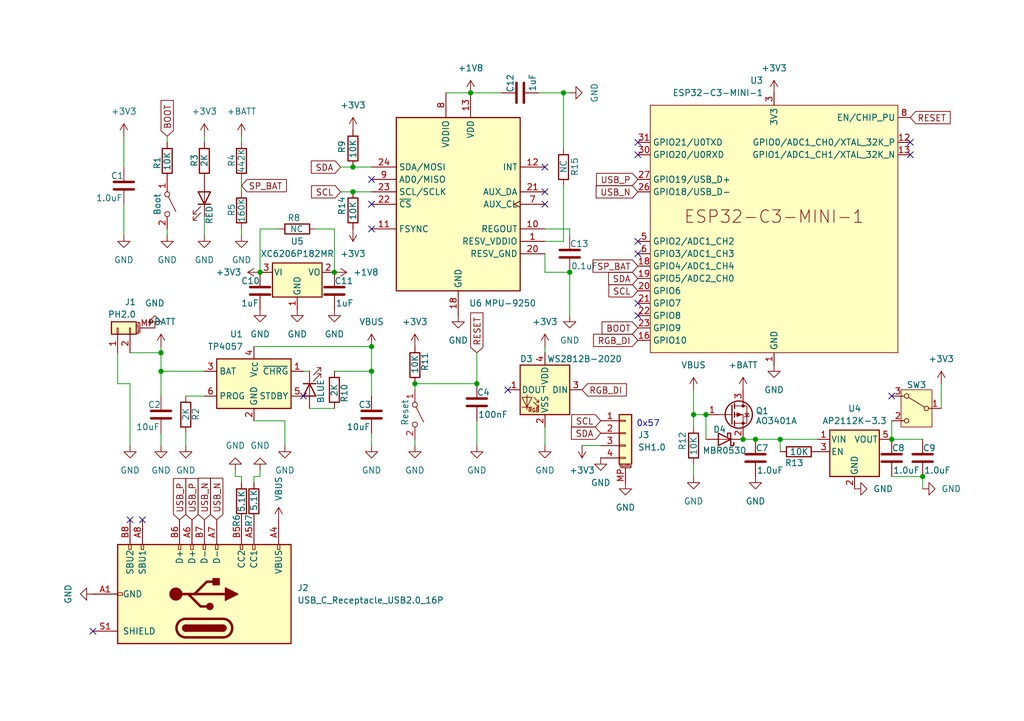
<source format=kicad_sch>
(kicad_sch (version 20231120) (generator "eeschema") (generator_version "8.0")
  (paper "A5")
  (lib_symbols
    (symbol "Battery_Management:TP4057"
      (property "Reference" "U" (at -6.35 6.604 0))
      (property "Value" "TP4057" (at 1.524 6.604 0))
      (symbol "TP4057_1_1"
        (pin open_collector line (at -10.16 2.54 0) (length 2.54) (name "~{CHRG}") (number "1"))
        (pin power_in line (at 0 -7.62 90) (length 2.54) (name "GND") (number "2"))
        (pin power_out line (at 10.16 2.54 180) (length 2.54) (name "BAT") (number "3"))
        (pin power_in line (at 0 7.62 270) (length 2.54) (name "V_{CC}") (number "4"))
        (pin open_collector line (at -10.16 -2.54 0) (length 2.54) (name "STDBY") (number "5"))
        (pin passive line (at 10.16 -2.54 180) (length 2.54) (name "PROG") (number "6"))
      )
    )
    (symbol "Connector:USB_C_Receptacle_USB2.0_16P" (pin_names (offset 1.016))
      (property "Reference" "J" (at 0 22.225 0))
      (property "Value" "USB_C_Receptacle_USB2.0_16P" (at 0 19.685 0))
      (symbol "USB_C_Receptacle_USB2.0_16P_1_1"
        (pin passive line (at 0 -22.86 90) (length 5.08) (name "GND") (number "A1"))
        (pin passive line (at 0 -22.86 90) (length 5.08) hide (name "GND") (number "A12"))
        (pin passive line (at 15.24 15.24 180) (length 5.08) (name "VBUS") (number "A4"))
        (pin bidirectional line (at 15.24 10.16 180) (length 5.08) (name "CC1") (number "A5"))
        (pin bidirectional line (at 15.24 -2.54 180) (length 5.08) (name "D+") (number "A6"))
        (pin bidirectional line (at 15.24 2.54 180) (length 5.08) (name "D-") (number "A7"))
        (pin bidirectional line (at 15.24 -12.7 180) (length 5.08) (name "SBU1") (number "A8"))
        (pin passive line (at 15.24 15.24 180) (length 5.08) hide (name "VBUS") (number "A9"))
        (pin passive line (at 0 -22.86 90) (length 5.08) hide (name "GND") (number "B1"))
        (pin passive line (at 0 -22.86 90) (length 5.08) hide (name "GND") (number "B12"))
        (pin passive line (at 15.24 15.24 180) (length 5.08) hide (name "VBUS") (number "B4"))
        (pin bidirectional line (at 15.24 7.62 180) (length 5.08) (name "CC2") (number "B5"))
        (pin bidirectional line (at 15.24 -5.08 180) (length 5.08) (name "D+") (number "B6"))
        (pin bidirectional line (at 15.24 0 180) (length 5.08) (name "D-") (number "B7"))
        (pin bidirectional line (at 15.24 -15.24 180) (length 5.08) (name "SBU2") (number "B8"))
        (pin passive line (at 15.24 15.24 180) (length 5.08) hide (name "VBUS") (number "B9"))
        (pin passive line (at -7.62 -22.86 90) (length 5.08) (name "SHIELD") (number "S1"))
      )
    )
    (symbol "Connector_Generic_MountingPin:Conn_01x02_MountingPin" (pin_names (offset 1.016) hide)
      (property "Reference" "J" (at 0 2.54 0))
      (property "Value" "Conn_01x02_MountingPin" (at 1.27 -5.08 0))
      (symbol "Conn_01x02_MountingPin_1_1"
        (text "Mounting" (at 0 -4.191 0) (effects (font (size 0.381 0.381))))
        (pin passive line (at -5.08 0 0) (length 3.81) (name "Pin_1") (number "1"))
        (pin passive line (at -5.08 -2.54 0) (length 3.81) (name "Pin_2") (number "2"))
        (pin passive line (at 0 -7.62 90) (length 3.048) (name "MountPin") (number "MP"))
      )
    )
    (symbol "Connector_Generic_MountingPin:Conn_01x04_MountingPin" (pin_names (offset 1.016) hide)
      (property "Reference" "J" (at 0 5.08 0))
      (property "Value" "Conn_01x04_MountingPin" (at 1.27 -7.62 0))
      (symbol "Conn_01x04_MountingPin_1_1"
        (text "Mounting" (at 0 -6.731 0) (effects (font (size 0.381 0.381))))
        (pin passive line (at -5.08 2.54 0) (length 3.81) (name "Pin_1") (number "1"))
        (pin passive line (at -5.08 0 0) (length 3.81) (name "Pin_2") (number "2"))
        (pin passive line (at -5.08 -2.54 0) (length 3.81) (name "Pin_3") (number "3"))
        (pin passive line (at -5.08 -5.08 0) (length 3.81) (name "Pin_4") (number "4"))
        (pin passive line (at 0 -10.16 90) (length 3.048) (name "MountPin") (number "MP"))
      )
    )
    (symbol "Device:C" (pin_numbers hide) (pin_names (offset 0.254))
      (property "Reference" "C" (at 0.635 2.54 0))
      (property "Value" "C" (at 0.635 -2.54 0))
      (symbol "C_1_1"
        (pin passive line (at 0 3.81 270) (length 2.794) (name "~") (number "1"))
        (pin passive line (at 0 -3.81 90) (length 2.794) (name "~") (number "2"))
      )
    )
    (symbol "Device:LED" (pin_numbers hide) (pin_names (offset 1.016) hide)
      (property "Reference" "D" (at 0 2.54 0))
      (property "Value" "LED" (at 0 -2.54 0))
      (symbol "LED_1_1"
        (pin passive line (at -3.81 0 0) (length 2.54) (name "K") (number "1"))
        (pin passive line (at 3.81 0 180) (length 2.54) (name "A") (number "2"))
      )
    )
    (symbol "Device:R" (pin_numbers hide) (pin_names (offset 0))
      (property "Reference" "R" (at 2.032 0 90))
      (property "Value" "R" (at 0 0 90))
      (symbol "R_1_1"
        (pin passive line (at 0 3.81 270) (length 1.27) (name "~") (number "1"))
        (pin passive line (at 0 -3.81 90) (length 1.27) (name "~") (number "2"))
      )
    )
    (symbol "Diode:MBR0530" (pin_numbers hide) (pin_names (offset 1.016) hide)
      (property "Reference" "D" (at 0 2.54 0))
      (property "Value" "MBR0530" (at 0 -2.54 0))
      (symbol "MBR0530_1_1"
        (pin passive line (at -3.81 0 0) (length 2.54) (name "K") (number "1"))
        (pin passive line (at 3.81 0 180) (length 2.54) (name "A") (number "2"))
      )
    )
    (symbol "LED:WS2812B-2020" (pin_names (offset 0.254))
      (property "Reference" "D" (at 5.08 5.715 0))
      (property "Value" "WS2812B-2020" (at 1.27 -5.715 0))
      (symbol "WS2812B-2020_0_0"
        (text "RGB" (at 2.286 -4.191 0) (effects (font (size 0.762 0.762))))
      )
      (symbol "WS2812B-2020_1_1"
        (pin output line (at 7.62 0 180) (length 2.54) (name "DOUT") (number "1"))
        (pin power_in line (at 0 -7.62 90) (length 2.54) (name "VSS") (number "2"))
        (pin input line (at -7.62 0 0) (length 2.54) (name "DIN") (number "3"))
        (pin power_in line (at 0 7.62 270) (length 2.54) (name "VDD") (number "4"))
      )
    )
    (symbol "PCM_Espressif:ESP32-C3-MINI-1"
      (property "Reference" "U" (at -25.4 30.48 0))
      (property "Value" "ESP32-C3-MINI-1" (at -25.4 27.94 0))
      (symbol "ESP32-C3-MINI-1_0_0"
        (text "ESP32-C3-MINI-1" (at 0 2.54 0) (effects (font (size 2.54 2.54))))
      )
      (symbol "ESP32-C3-MINI-1_1_1"
        (pin power_in line (at 0 -27.94 90) (length 2.54) (name "GND") (number "1"))
        (pin no_connect line (at -25.4 2.54 0) (length 2.54) hide (name "NC") (number "10"))
        (pin passive line (at 0 -27.94 90) (length 2.54) hide (name "GND") (number "11"))
        (pin bidirectional line (at -27.94 17.78 0) (length 2.54) (name "GPIO0/ADC1_CH0/XTAL_32K_P") (number "12"))
        (pin bidirectional line (at -27.94 15.24 0) (length 2.54) (name "GPIO1/ADC1_CH1/XTAL_32K_N") (number "13"))
        (pin passive line (at 0 -27.94 90) (length 2.54) hide (name "GND") (number "14"))
        (pin no_connect line (at -25.4 0 0) (length 2.54) hide (name "NC") (number "15"))
        (pin bidirectional line (at 27.94 -22.86 180) (length 2.54) (name "GPIO10") (number "16"))
        (pin no_connect line (at -25.4 -2.54 0) (length 2.54) hide (name "NC") (number "17"))
        (pin bidirectional line (at 27.94 -7.62 180) (length 2.54) (name "GPIO4/ADC1_CH4") (number "18"))
        (pin bidirectional line (at 27.94 -10.16 180) (length 2.54) (name "GPIO5/ADC2_CH0") (number "19"))
        (pin passive line (at 0 -27.94 90) (length 2.54) hide (name "GND") (number "2"))
        (pin bidirectional line (at 27.94 -12.7 180) (length 2.54) (name "GPIO6") (number "20"))
        (pin bidirectional line (at 27.94 -15.24 180) (length 2.54) (name "GPIO7") (number "21"))
        (pin bidirectional line (at 27.94 -17.78 180) (length 2.54) (name "GPIO8") (number "22"))
        (pin bidirectional line (at 27.94 -20.32 180) (length 2.54) (name "GPIO9") (number "23"))
        (pin no_connect line (at -25.4 -5.08 0) (length 2.54) hide (name "NC") (number "24"))
        (pin no_connect line (at -25.4 -7.62 0) (length 2.54) hide (name "NC") (number "25"))
        (pin bidirectional line (at 27.94 7.62 180) (length 2.54) (name "GPIO18/USB_D-") (number "26"))
        (pin bidirectional line (at 27.94 10.16 180) (length 2.54) (name "GPIO19/USB_D+") (number "27"))
        (pin no_connect line (at -25.4 -10.16 0) (length 2.54) hide (name "NC") (number "28"))
        (pin no_connect line (at -25.4 -12.7 0) (length 2.54) hide (name "NC") (number "29"))
        (pin power_in line (at 0 27.94 270) (length 2.54) (name "3V3") (number "3"))
        (pin bidirectional line (at 27.94 15.24 180) (length 2.54) (name "GPIO20/U0RXD") (number "30"))
        (pin bidirectional line (at 27.94 17.78 180) (length 2.54) (name "GPIO21/U0TXD") (number "31"))
        (pin no_connect line (at -25.4 -15.24 0) (length 2.54) hide (name "NC") (number "32"))
        (pin no_connect line (at -25.4 -17.78 0) (length 2.54) hide (name "NC") (number "33"))
        (pin no_connect line (at -25.4 -20.32 0) (length 2.54) hide (name "NC") (number "34"))
        (pin no_connect line (at -25.4 -22.86 0) (length 2.54) hide (name "NC") (number "35"))
        (pin passive line (at 0 -27.94 90) (length 2.54) hide (name "GND") (number "36"))
        (pin passive line (at 0 -27.94 90) (length 2.54) hide (name "GND") (number "37"))
        (pin passive line (at 0 -27.94 90) (length 2.54) hide (name "GND") (number "38"))
        (pin passive line (at 0 -27.94 90) (length 2.54) hide (name "GND") (number "39"))
        (pin no_connect line (at -25.4 10.16 0) (length 2.54) hide (name "NC") (number "4"))
        (pin passive line (at 0 -27.94 90) (length 2.54) hide (name "GND") (number "40"))
        (pin passive line (at 0 -27.94 90) (length 2.54) hide (name "GND") (number "41"))
        (pin passive line (at 0 -27.94 90) (length 2.54) hide (name "GND") (number "42"))
        (pin passive line (at 0 -27.94 90) (length 2.54) hide (name "GND") (number "43"))
        (pin passive line (at 0 -27.94 90) (length 2.54) hide (name "GND") (number "44"))
        (pin passive line (at 0 -27.94 90) (length 2.54) hide (name "GND") (number "45"))
        (pin passive line (at 0 -27.94 90) (length 2.54) hide (name "GND") (number "46"))
        (pin passive line (at 0 -27.94 90) (length 2.54) hide (name "GND") (number "47"))
        (pin passive line (at 0 -27.94 90) (length 2.54) hide (name "GND") (number "48"))
        (pin passive line (at 0 -27.94 90) (length 2.54) hide (name "GND") (number "49"))
        (pin bidirectional line (at 27.94 -2.54 180) (length 2.54) (name "GPIO2/ADC1_CH2") (number "5"))
        (pin passive line (at 0 -27.94 90) (length 2.54) hide (name "GND") (number "50"))
        (pin passive line (at 0 -27.94 90) (length 2.54) hide (name "GND") (number "51"))
        (pin passive line (at 0 -27.94 90) (length 2.54) hide (name "GND") (number "52"))
        (pin passive line (at 0 -27.94 90) (length 2.54) hide (name "GND") (number "53"))
        (pin bidirectional line (at 27.94 -5.08 180) (length 2.54) (name "GPIO3/ADC1_CH3") (number "6"))
        (pin no_connect line (at -25.4 7.62 0) (length 2.54) hide (name "NC") (number "7"))
        (pin input line (at -27.94 22.86 0) (length 2.54) (name "EN/CHIP_PU") (number "8"))
        (pin no_connect line (at -25.4 5.08 0) (length 2.54) hide (name "NC") (number "9"))
      )
    )
    (symbol "Regulator_Linear:AP2112K-3.3" (pin_names (offset 0.254))
      (property "Reference" "U" (at -5.08 5.715 0))
      (property "Value" "AP2112K-3.3" (at 0 5.715 0))
      (symbol "AP2112K-3.3_1_1"
        (pin power_in line (at -7.62 2.54 0) (length 2.54) (name "VIN") (number "1"))
        (pin power_in line (at 0 -7.62 90) (length 2.54) (name "GND") (number "2"))
        (pin input line (at -7.62 0 0) (length 2.54) (name "EN") (number "3"))
        (pin no_connect line (at 5.08 0 180) (length 2.54) hide (name "NC") (number "4"))
        (pin power_out line (at 7.62 2.54 180) (length 2.54) (name "VOUT") (number "5"))
      )
    )
    (symbol "Regulator_Linear:XC6206PxxxMR" (pin_names (offset 0.254))
      (property "Reference" "U" (at -3.81 3.175 0))
      (property "Value" "XC6206PxxxMR" (at 0 3.175 0))
      (symbol "XC6206PxxxMR_1_1"
        (pin power_in line (at 0 -7.62 90) (length 2.54) (name "GND") (number "1"))
        (pin power_out line (at 7.62 0 180) (length 2.54) (name "VO") (number "2"))
        (pin power_in line (at -7.62 0 0) (length 2.54) (name "VI") (number "3"))
      )
    )
    (symbol "Sensor_Motion:MPU-9250"
      (property "Reference" "U" (at -11.43 19.05 0))
      (property "Value" "MPU-9250" (at 7.62 -19.05 0))
      (symbol "MPU-9250_1_1"
        (pin input line (at 17.78 -7.62 180) (length 5.08) (name "RESV_VDDIO") (number "1"))
        (pin passive line (at 17.78 -5.08 180) (length 5.08) (name "REGOUT") (number "10"))
        (pin input line (at -17.78 -5.08 0) (length 5.08) (name "FSYNC") (number "11"))
        (pin output line (at 17.78 7.62 180) (length 5.08) (name "INT") (number "12"))
        (pin power_in line (at 2.54 22.86 270) (length 5.08) (name "VDD") (number "13"))
        (pin power_in line (at 0 -22.86 90) (length 5.08) (name "GND") (number "18"))
        (pin power_in line (at 17.78 -10.16 180) (length 5.08) (name "RESV_GND") (number "20"))
        (pin bidirectional line (at 17.78 2.54 180) (length 5.08) (name "AUX_DA") (number "21"))
        (pin input line (at -17.78 0 0) (length 5.08) (name "~{CS}") (number "22"))
        (pin input line (at -17.78 2.54 0) (length 5.08) (name "SCL/SCLK") (number "23"))
        (pin bidirectional line (at -17.78 7.62 0) (length 5.08) (name "SDA/MOSI") (number "24"))
        (pin output clock (at 17.78 0 180) (length 5.08) (name "AUX_CL") (number "7"))
        (pin power_in line (at -2.54 22.86 270) (length 5.08) (name "VDDIO") (number "8"))
        (pin bidirectional line (at -17.78 5.08 0) (length 5.08) (name "AD0/MISO") (number "9"))
      )
    )
    (symbol "Switch:SW_SPDT_312" (pin_names (offset 1) hide)
      (property "Reference" "SW" (at 0 5.08 0))
      (property "Value" "SW_SPDT_312" (at 0 -5.08 0))
      (symbol "SW_SPDT_312_1_1"
        (pin passive line (at -5.08 0 0) (length 2.54) (name "B") (number "1"))
        (pin passive line (at 5.08 -2.54 180) (length 2.54) (name "C") (number "2"))
        (pin passive line (at 5.08 2.54 180) (length 2.54) (name "A") (number "3"))
      )
    )
    (symbol "Switch:SW_SPST" (pin_names (offset 0) hide)
      (property "Reference" "SW" (at 0 3.175 0))
      (property "Value" "SW_SPST" (at 0 -2.54 0))
      (symbol "SW_SPST_1_1"
        (pin passive line (at -5.08 0 0) (length 2.54) (name "A") (number "1"))
        (pin passive line (at 5.08 0 180) (length 2.54) (name "B") (number "2"))
      )
    )
    (symbol "Transistor_FET:AO3401A" (pin_names hide)
      (property "Reference" "Q" (at 5.08 1.905 0))
      (property "Value" "AO3401A" (at 5.08 0 0))
      (symbol "AO3401A_1_1"
        (pin input line (at -5.08 0 0) (length 2.54) (name "G") (number "1"))
        (pin passive line (at 2.54 -5.08 90) (length 2.54) (name "S") (number "2"))
        (pin passive line (at 2.54 5.08 270) (length 2.54) (name "D") (number "3"))
      )
    )
    (symbol "power:+1V8" (power) (pin_numbers hide) (pin_names (offset 0) hide)
      (property "Value" "+1V8" (at 0 3.556 0))
      (symbol "+1V8_1_1"
        (pin power_in line (at 0 0 90) (length 0) (name "~") (number "1"))
      )
    )
    (symbol "power:+3V3" (power) (pin_numbers hide) (pin_names (offset 0) hide)
      (property "Value" "+3V3" (at 0 3.556 0))
      (symbol "+3V3_1_1"
        (pin power_in line (at 0 0 90) (length 0) (name "~") (number "1"))
      )
    )
    (symbol "power:+BATT" (power) (pin_numbers hide) (pin_names (offset 0) hide)
      (property "Value" "+BATT" (at 0 3.556 0))
      (symbol "+BATT_1_1"
        (pin power_in line (at 0 0 90) (length 0) (name "~") (number "1"))
      )
    )
    (symbol "power:GND" (power) (pin_numbers hide) (pin_names (offset 0) hide)
      (property "Value" "GND" (at 0 -3.81 0))
      (symbol "GND_1_1"
        (pin power_in line (at 0 0 270) (length 0) (name "~") (number "1"))
      )
    )
    (symbol "power:VBUS" (power) (pin_numbers hide) (pin_names (offset 0) hide)
      (property "Value" "VBUS" (at 0 3.556 0))
      (symbol "VBUS_1_1"
        (pin power_in line (at 0 0 90) (length 0) (name "~") (number "1"))
      )
    )
  )
  (junction (at 116.84 55.88))
  (junction (at 53.34 55.88))
  (junction (at 96.52 19.05))
  (junction (at 189.23 97.79))
  (junction (at 76.2 76.2))
  (junction (at 97.79 78.74))
  (junction (at 72.39 34.29))
  (junction (at 154.94 90.17))
  (junction (at 72.39 39.37))
  (junction (at 115.57 19.05))
  (junction (at 160.02 90.17))
  (junction (at 33.02 76.2))
  (junction (at 182.88 90.17))
  (junction (at 76.2 71.12))
  (junction (at 68.58 55.88))
  (junction (at 85.09 78.74))
  (junction (at 142.24 85.09))
  (junction (at 152.4 90.17))
  (junction (at 144.78 85.09))
  (junction (at 33.02 72.39))
  (no_connect (at 182.88 81.28))
  (no_connect (at 62.23 81.28))
  (no_connect (at 130.81 62.23))
  (no_connect (at 186.69 31.75))
  (no_connect (at 111.76 39.37))
  (no_connect (at 76.2 36.83))
  (no_connect (at 111.76 41.91))
  (no_connect (at 111.76 34.29))
  (no_connect (at 186.69 29.21))
  (no_connect (at 130.81 31.75))
  (no_connect (at 130.81 49.53))
  (no_connect (at 130.81 52.07))
  (no_connect (at 130.81 29.21))
  (no_connect (at 76.2 41.91))
  (no_connect (at 19.05 129.54))
  (no_connect (at 76.2 46.99))
  (no_connect (at 130.81 64.77))
  (no_connect (at 29.21 106.68))
  (no_connect (at 104.14 80.01))
  (no_connect (at 26.67 106.68))
  (wire (pts (xy 142.24 80.01) (xy 142.24 85.09)))
  (wire (pts (xy 24.13 78.74) (xy 24.13 72.39)))
  (wire (pts (xy 144.78 85.09) (xy 144.78 90.17)))
  (wire (pts (xy 116.84 46.99) (xy 111.76 46.99)))
  (wire (pts (xy 85.09 91.44) (xy 85.09 90.17)))
  (wire (pts (xy 49.53 36.83) (xy 49.53 39.37)))
  (wire (pts (xy 41.91 76.2) (xy 33.02 76.2)))
  (wire (pts (xy 52.07 71.12) (xy 76.2 71.12)))
  (wire (pts (xy 111.76 71.12) (xy 111.76 72.39)))
  (wire (pts (xy 25.4 41.91) (xy 25.4 48.26)))
  (wire (pts (xy 85.09 78.74) (xy 97.79 78.74)))
  (wire (pts (xy 49.53 97.79) (xy 49.53 99.06)))
  (wire (pts (xy 58.42 91.44) (xy 58.42 86.36)))
  (wire (pts (xy 142.24 87.63) (xy 142.24 85.09)))
  (wire (pts (xy 193.04 78.74) (xy 193.04 83.82)))
  (wire (pts (xy 52.07 97.79) (xy 52.07 99.06)))
  (wire (pts (xy 49.53 29.21) (xy 49.53 27.94)))
  (wire (pts (xy 142.24 97.79) (xy 142.24 95.25)))
  (wire (pts (xy 97.79 86.36) (xy 97.79 91.44)))
  (wire (pts (xy 160.02 90.17) (xy 167.64 90.17)))
  (wire (pts (xy 76.2 76.2) (xy 76.2 71.12)))
  (wire (pts (xy 34.29 48.26) (xy 34.29 46.99)))
  (wire (pts (xy 111.76 55.88) (xy 116.84 55.88)))
  (wire (pts (xy 33.02 81.28) (xy 33.02 76.2)))
  (wire (pts (xy 72.39 39.37) (xy 76.2 39.37)))
  (wire (pts (xy 182.88 97.79) (xy 189.23 97.79)))
  (wire (pts (xy 68.58 46.99) (xy 68.58 55.88)))
  (wire (pts (xy 57.15 46.99) (xy 53.34 46.99)))
  (wire (pts (xy 64.77 46.99) (xy 68.58 46.99)))
  (wire (pts (xy 91.44 19.05) (xy 96.52 19.05)))
  (wire (pts (xy 160.02 90.17) (xy 160.02 92.71)))
  (wire (pts (xy 53.34 96.52) (xy 53.34 97.79)))
  (wire (pts (xy 116.84 19.05) (xy 115.57 19.05)))
  (wire (pts (xy 76.2 81.28) (xy 76.2 76.2)))
  (wire (pts (xy 102.87 19.05) (xy 96.52 19.05)))
  (wire (pts (xy 41.91 27.94) (xy 41.91 29.21)))
  (wire (pts (xy 97.79 72.39) (xy 97.79 78.74)))
  (wire (pts (xy 76.2 91.44) (xy 76.2 88.9)))
  (wire (pts (xy 48.26 97.79) (xy 49.53 97.79)))
  (wire (pts (xy 111.76 87.63) (xy 111.76 91.44)))
  (wire (pts (xy 34.29 29.21) (xy 34.29 27.94)))
  (wire (pts (xy 116.84 55.88) (xy 116.84 64.77)))
  (wire (pts (xy 115.57 19.05) (xy 110.49 19.05)))
  (wire (pts (xy 58.42 86.36) (xy 52.07 86.36)))
  (wire (pts (xy 115.57 49.53) (xy 115.57 38.1)))
  (wire (pts (xy 152.4 90.17) (xy 154.94 90.17)))
  (wire (pts (xy 25.4 27.94) (xy 25.4 34.29)))
  (wire (pts (xy 182.88 90.17) (xy 189.23 90.17)))
  (wire (pts (xy 189.23 100.33) (xy 189.23 97.79)))
  (wire (pts (xy 72.39 34.29) (xy 76.2 34.29)))
  (wire (pts (xy 142.24 85.09) (xy 144.78 85.09)))
  (wire (pts (xy 52.07 97.79) (xy 53.34 97.79)))
  (wire (pts (xy 41.91 81.28) (xy 38.1 81.28)))
  (wire (pts (xy 53.34 46.99) (xy 53.34 55.88)))
  (wire (pts (xy 41.91 48.26) (xy 41.91 44.45)))
  (wire (pts (xy 119.38 91.44) (xy 123.19 91.44)))
  (wire (pts (xy 115.57 30.48) (xy 115.57 19.05)))
  (wire (pts (xy 116.84 48.26) (xy 116.84 46.99)))
  (wire (pts (xy 24.13 78.74) (xy 26.67 78.74)))
  (wire (pts (xy 33.02 72.39) (xy 26.67 72.39)))
  (wire (pts (xy 76.2 76.2) (xy 68.58 76.2)))
  (wire (pts (xy 33.02 72.39) (xy 33.02 76.2)))
  (wire (pts (xy 33.02 91.44) (xy 33.02 88.9)))
  (wire (pts (xy 85.09 80.01) (xy 85.09 78.74)))
  (wire (pts (xy 111.76 49.53) (xy 115.57 49.53)))
  (wire (pts (xy 26.67 78.74) (xy 26.67 91.44)))
  (wire (pts (xy 49.53 46.99) (xy 49.53 48.26)))
  (wire (pts (xy 38.1 91.44) (xy 38.1 88.9)))
  (wire (pts (xy 63.5 76.2) (xy 62.23 76.2)))
  (wire (pts (xy 33.02 71.12) (xy 33.02 72.39)))
  (wire (pts (xy 111.76 52.07) (xy 111.76 55.88)))
  (wire (pts (xy 48.26 96.52) (xy 48.26 97.79)))
  (wire (pts (xy 69.85 39.37) (xy 72.39 39.37)))
  (wire (pts (xy 182.88 86.36) (xy 182.88 90.17)))
  (wire (pts (xy 160.02 90.17) (xy 154.94 90.17)))
  (wire (pts (xy 69.85 34.29) (xy 72.39 34.29)))
  (wire (pts (xy 68.58 83.82) (xy 63.5 83.82)))
  (text_box "0x57" (at 129.54 85.09 0) (size 0 0) (effects (font (size 1.27 1.27)) (justify left top)))
  (global_label "SP_BAT" (shape input) (at 49.53 38.1 0) (property "Intersheetrefs" "${INTERSHEET_REFS}" (effects (hide yes))))
  (global_label "SCL" (shape input) (at 123.19 86.36 180) (property "Intersheetrefs" "${INTERSHEET_REFS}" (effects (hide yes))))
  (global_label "SCL" (shape input) (at 69.85 39.37 180) (property "Intersheetrefs" "${INTERSHEET_REFS}" (effects (hide yes))))
  (global_label "SDA" (shape input) (at 130.81 57.15 180) (property "Intersheetrefs" "${INTERSHEET_REFS}" (effects (hide yes))))
  (global_label "USB_N" (shape input) (at 44.45 106.68 90) (property "Intersheetrefs" "${INTERSHEET_REFS}" (effects (hide yes))))
  (global_label "RESET" (shape input) (at 186.69 24.13 0) (property "Intersheetrefs" "${INTERSHEET_REFS}" (effects (hide yes))))
  (global_label "SCL" (shape input) (at 130.81 59.69 180) (property "Intersheetrefs" "${INTERSHEET_REFS}" (effects (hide yes))))
  (global_label "USB_P" (shape input) (at 130.81 36.83 180) (property "Intersheetrefs" "${INTERSHEET_REFS}" (effects (hide yes))))
  (global_label "SP_BAT" (shape input) (at 130.81 54.61 180) (property "Intersheetrefs" "${INTERSHEET_REFS}" (effects (hide yes))))
  (global_label "RESET" (shape input) (at 97.79 72.39 90) (property "Intersheetrefs" "${INTERSHEET_REFS}" (effects (hide yes))))
  (global_label "SDA" (shape input) (at 69.85 34.29 180) (property "Intersheetrefs" "${INTERSHEET_REFS}" (effects (hide yes))))
  (global_label "USB_N" (shape input) (at 130.81 39.37 180) (property "Intersheetrefs" "${INTERSHEET_REFS}" (effects (hide yes))))
  (global_label "BOOT" (shape input) (at 130.81 67.31 180) (property "Intersheetrefs" "${INTERSHEET_REFS}" (effects (hide yes))))
  (global_label "USB_P" (shape input) (at 39.37 106.68 90) (property "Intersheetrefs" "${INTERSHEET_REFS}" (effects (hide yes))))
  (global_label "RGB_DI" (shape input) (at 119.38 80.01 0) (property "Intersheetrefs" "${INTERSHEET_REFS}" (effects (hide yes))))
  (global_label "USB_N" (shape input) (at 41.91 106.68 90) (property "Intersheetrefs" "${INTERSHEET_REFS}" (effects (hide yes))))
  (global_label "BOOT" (shape input) (at 34.29 27.94 90) (property "Intersheetrefs" "${INTERSHEET_REFS}" (effects (hide yes))))
  (global_label "RGB_DI" (shape input) (at 130.81 69.85 180) (property "Intersheetrefs" "${INTERSHEET_REFS}" (effects (hide yes))))
  (global_label "USB_P" (shape input) (at 36.83 106.68 90) (property "Intersheetrefs" "${INTERSHEET_REFS}" (effects (hide yes))))
  (global_label "SDA" (shape input) (at 123.19 88.9 180) (property "Intersheetrefs" "${INTERSHEET_REFS}" (effects (hide yes))))
  (symbol (lib_id "Device:R") (at 115.57 34.29 180) (unit 1)
    (property "Reference" "R15" (at 117.856 32.258 90) (effects (justify left)))
    (property "Value" "NC" (at 115.57 32.766 90) (effects (justify left)))
    (property "Footprint" "Resistor_SMD:R_0402_1005Metric" (effects (hide yes)))
    (property "Description" "Resistor" (effects (hide yes)))
  )
  (symbol (lib_id "Device:C") (at 97.79 82.55 0) (unit 1)
    (property "Reference" "C4" (at 97.79 80.518 0) (effects (justify left)))
    (property "Value" "100nF" (at 98.044 85.09 0) (effects (justify left)))
    (property "Footprint" "Capacitor_SMD:C_0402_1005Metric" (effects (hide yes)))
    (property "Description" "Unpolarized capacitor" (effects (hide yes)))
  )
  (symbol (lib_id "Device:R") (at 72.39 43.18 0) (unit 1)
    (property "Reference" "R14" (at 70.104 44.196 90) (effects (justify left)))
    (property "Value" "10K" (at 72.39 45.212 90) (effects (justify left)))
    (property "Footprint" "Resistor_SMD:R_0402_1005Metric" (effects (hide yes)))
    (property "Description" "Resistor" (effects (hide yes)))
  )
  (symbol (lib_id "power:VBUS") (at 76.2 71.12 0) (mirror y) (unit 1)
    (property "Reference" "#PWR020" (effects (hide yes)))
    (property "Value" "VBUS" (at 76.2 66.04 0))
    (property "Description" "Power symbol creates a global label with name \"VBUS\"" (effects (hide yes)))
  )
  (symbol (lib_id "LED:WS2812B-2020") (at 111.76 80.01 0) (mirror y) (unit 1)
    (property "Reference" "D3" (at 107.95 73.66 0))
    (property "Value" "WS2812B-2020" (at 119.888 73.66 0))
    (property "Footprint" "LED_SMD:LED_WS2812B-2020_PLCC4_2.0x2.0mm" (effects (hide yes)))
    (property "Datasheet" "https://cdn-shop.adafruit.com/product-files/4684/4684_WS2812B-2020_V1.3_EN.pdf" (effects (hide yes)))
    (property "Description" "RGB LED with integrated controller, 2.0 x 2.0 mm, 12 mA" (effects (hide yes)))
  )
  (symbol (lib_id "Switch:SW_SPDT_312") (at 187.96 83.82 0) (mirror y) (unit 1)
    (property "Reference" "SW3" (at 187.96 78.994 0))
    (property "Value" "SW_SPDT_312" (effects (hide yes)))
    (property "Footprint" "Button_Switch_SMD:SW_SPDT_PCM12" (effects (hide yes)))
    (property "Description" "Switch, single pole double throw" (effects (hide yes)))
  )
  (symbol (lib_id "Device:R") (at 38.1 85.09 0) (mirror y) (unit 1)
    (property "Reference" "R2" (at 40.132 86.36 90) (effects (justify left)))
    (property "Value" "2K" (at 38.1 86.36 90) (effects (justify left)))
    (property "Footprint" "Resistor_SMD:R_0402_1005Metric" (effects (hide yes)))
    (property "Description" "Resistor" (effects (hide yes)))
  )
  (symbol (lib_id "power:GND") (at 41.91 48.26 0) (mirror y) (unit 1)
    (property "Reference" "#PWR011" (effects (hide yes)))
    (property "Value" "GND" (at 41.91 53.34 0))
    (property "Description" "Power symbol creates a global label with name \"GND\" , ground" (effects (hide yes)))
  )
  (symbol (lib_id "power:+1V8") (at 68.58 55.88 270) (unit 1)
    (property "Reference" "#PWR044" (effects (hide yes)))
    (property "Value" "+1V8" (at 72.39 55.8799 90) (effects (justify left)))
    (property "Description" "Power symbol creates a global label with name \"+1V8\"" (effects (hide yes)))
  )
  (symbol (lib_id "power:GND") (at 33.02 91.44 0) (mirror y) (unit 1)
    (property "Reference" "#PWR07" (effects (hide yes)))
    (property "Value" "GND" (at 33.02 96.52 0))
    (property "Description" "Power symbol creates a global label with name \"GND\" , ground" (effects (hide yes)))
  )
  (symbol (lib_id "power:GND") (at 189.23 100.33 90) (unit 1)
    (property "Reference" "#PWR041" (effects (hide yes)))
    (property "Value" "GND" (at 193.04 100.3299 90) (effects (justify right)))
    (property "Description" "Power symbol creates a global label with name \"GND\" , ground" (effects (hide yes)))
  )
  (symbol (lib_id "power:GND") (at 31.75 67.31 180) (unit 1)
    (property "Reference" "#PWR01" (effects (hide yes)))
    (property "Value" "GND" (at 31.75 62.23 0))
    (property "Description" "Power symbol creates a global label with name \"GND\" , ground" (effects (hide yes)))
  )
  (symbol (lib_id "Battery_Management:TP4057") (at 52.07 78.74 0) (mirror y) (unit 1)
    (property "Reference" "U1" (at 49.8759 68.58 0) (effects (justify left)))
    (property "Value" "TP4057" (at 49.8759 71.12 0) (effects (justify left)))
    (property "Footprint" "Package_TO_SOT_SMD:TSOT-23-6" (effects (hide yes)))
    (property "Datasheet" "http://toppwr.com/uploadfile/file/20230304/640302a47b738.pdf" (effects (hide yes)))
    (property "Description" "Constant-current/constant-voltage linear charger for single cell lithium-ion batteries with 2.9V Trickle Charge, 4.5V to 6.5V VDD, -40 to +85 degree Celsius, TSOT-23-6" (effects (hide yes)))
  )
  (symbol (lib_id "Device:C") (at 33.02 85.09 0) (mirror y) (unit 1)
    (property "Reference" "C2" (at 33.02 83.058 0) (effects (justify left)))
    (property "Value" "10uF" (at 32.766 87.63 0) (effects (justify left)))
    (property "Footprint" "Capacitor_SMD:C_0402_1005Metric" (effects (hide yes)))
    (property "Description" "Unpolarized capacitor" (effects (hide yes)))
  )
  (symbol (lib_id "power:GND") (at 158.75 74.93 0) (mirror y) (unit 1)
    (property "Reference" "#PWR039" (effects (hide yes)))
    (property "Value" "GND" (at 158.75 80.01 0))
    (property "Description" "Power symbol creates a global label with name \"GND\" , ground" (effects (hide yes)))
  )
  (symbol (lib_id "Device:R") (at 85.09 74.93 0) (unit 1)
    (property "Reference" "R11" (at 87.122 76.2 90) (effects (justify left)))
    (property "Value" "10K" (at 85.09 76.708 90) (effects (justify left)))
    (property "Footprint" "Resistor_SMD:R_0402_1005Metric" (effects (hide yes)))
    (property "Description" "Resistor" (effects (hide yes)))
  )
  (symbol (lib_id "Device:R") (at 60.96 46.99 270) (unit 1)
    (property "Reference" "R8" (at 58.928 44.704 90) (effects (justify left)))
    (property "Value" "NC" (at 59.436 46.99 90) (effects (justify left)))
    (property "Footprint" "Resistor_SMD:R_0402_1005Metric" (effects (hide yes)))
    (property "Description" "Resistor" (effects (hide yes)))
  )
  (symbol (lib_id "Device:C") (at 154.94 93.98 0) (unit 1)
    (property "Reference" "C7" (at 154.94 91.948 0) (effects (justify left)))
    (property "Value" "1.0uF" (at 155.194 96.52 0) (effects (justify left)))
    (property "Footprint" "Capacitor_SMD:C_0402_1005Metric" (effects (hide yes)))
    (property "Description" "Unpolarized capacitor" (effects (hide yes)))
  )
  (symbol (lib_id "Device:R") (at 163.83 92.71 90) (unit 1)
    (property "Reference" "R13" (at 164.846 94.996 90) (effects (justify left)))
    (property "Value" "10K" (at 165.862 92.71 90) (effects (justify left)))
    (property "Footprint" "Resistor_SMD:R_0402_1005Metric" (effects (hide yes)))
    (property "Description" "Resistor" (effects (hide yes)))
  )
  (symbol (lib_id "power:GND") (at 25.4 48.26 0) (mirror y) (unit 1)
    (property "Reference" "#PWR04" (effects (hide yes)))
    (property "Value" "GND" (at 25.4 53.34 0))
    (property "Description" "Power symbol creates a global label with name \"GND\" , ground" (effects (hide yes)))
  )
  (symbol (lib_id "Device:R") (at 41.91 33.02 0) (mirror y) (unit 1)
    (property "Reference" "R3" (at 39.878 34.29 90) (effects (justify left)))
    (property "Value" "2K" (at 41.91 34.29 90) (effects (justify left)))
    (property "Footprint" "Resistor_SMD:R_0402_1005Metric" (effects (hide yes)))
    (property "Description" "Resistor" (effects (hide yes)))
  )
  (symbol (lib_id "power:+3V3") (at 25.4 27.94 0) (unit 1)
    (property "Reference" "#PWR03" (effects (hide yes)))
    (property "Value" "+3V3" (at 25.4 22.86 0))
    (property "Description" "Power symbol creates a global label with name \"+3V3\"" (effects (hide yes)))
  )
  (symbol (lib_id "power:+3V3") (at 72.39 46.99 180) (unit 1)
    (property "Reference" "#PWR027" (effects (hide yes)))
    (property "Value" "+3V3" (at 72.39 52.07 0))
    (property "Description" "Power symbol creates a global label with name \"+3V3\"" (effects (hide yes)))
  )
  (symbol (lib_id "Device:C") (at 182.88 93.98 0) (unit 1)
    (property "Reference" "C8" (at 182.88 91.948 0) (effects (justify left)))
    (property "Value" "1.0uF" (at 183.134 96.52 0) (effects (justify left)))
    (property "Footprint" "Capacitor_SMD:C_0402_1005Metric" (effects (hide yes)))
    (property "Description" "Unpolarized capacitor" (effects (hide yes)))
  )
  (symbol (lib_id "power:GND") (at 93.98 64.77 0) (unit 1)
    (property "Reference" "#PWR048" (effects (hide yes)))
    (property "Value" "GND" (at 93.98 69.85 0))
    (property "Description" "Power symbol creates a global label with name \"GND\" , ground" (effects (hide yes)))
  )
  (symbol (lib_id "Device:C") (at 68.58 59.69 0) (unit 1)
    (property "Reference" "C11" (at 68.58 57.658 0) (effects (justify left)))
    (property "Value" "1uF" (at 68.834 62.23 0) (effects (justify left)))
    (property "Footprint" "Capacitor_SMD:C_0402_1005Metric" (effects (hide yes)))
    (property "Description" "Unpolarized capacitor" (effects (hide yes)))
  )
  (symbol (lib_id "power:+3V3") (at 53.34 55.88 90) (unit 1)
    (property "Reference" "#PWR024" (effects (hide yes)))
    (property "Value" "+3V3" (at 49.53 55.8799 90) (effects (justify left)))
    (property "Description" "Power symbol creates a global label with name \"+3V3\"" (effects (hide yes)))
  )
  (symbol (lib_id "power:GND") (at 154.94 97.79 0) (unit 1)
    (property "Reference" "#PWR037" (effects (hide yes)))
    (property "Value" "GND" (at 154.94 102.87 0))
    (property "Description" "Power symbol creates a global label with name \"GND\" , ground" (effects (hide yes)))
  )
  (symbol (lib_id "power:+BATT") (at 49.53 27.94 0) (mirror y) (unit 1)
    (property "Reference" "#PWR013" (effects (hide yes)))
    (property "Value" "+BATT" (at 49.53 22.86 0))
    (property "Description" "Power symbol creates a global label with name \"+BATT\"" (effects (hide yes)))
  )
  (symbol (lib_id "power:GND") (at 97.79 91.44 0) (unit 1)
    (property "Reference" "#PWR026" (effects (hide yes)))
    (property "Value" "GND" (at 97.79 96.52 0))
    (property "Description" "Power symbol creates a global label with name \"GND\" , ground" (effects (hide yes)))
  )
  (symbol (lib_id "Regulator_Linear:XC6206PxxxMR") (at 60.96 55.88 0) (unit 1)
    (property "Reference" "U5" (at 60.96 49.53 0))
    (property "Value" "XC6206P182MR" (at 60.96 52.07 0))
    (property "Footprint" "Package_TO_SOT_SMD:SOT-23-3" (effects (hide yes)))
    (property "Datasheet" "https://www.torexsemi.com/file/xc6206/XC6206.pdf" (effects (hide yes)))
    (property "Description" "Positive 60-250mA Low Dropout Regulator, Fixed Output, SOT-23" (effects (hide yes)))
  )
  (symbol (lib_id "power:+3V3") (at 85.09 71.12 0) (unit 1)
    (property "Reference" "#PWR022" (effects (hide yes)))
    (property "Value" "+3V3" (at 85.09 66.04 0))
    (property "Description" "Power symbol creates a global label with name \"+3V3\"" (effects (hide yes)))
  )
  (symbol (lib_id "power:GND") (at 48.26 96.52 0) (mirror x) (unit 1)
    (property "Reference" "#PWR012" (effects (hide yes)))
    (property "Value" "GND" (at 48.26 91.44 0))
    (property "Description" "Power symbol creates a global label with name \"GND\" , ground" (effects (hide yes)))
  )
  (symbol (lib_id "Device:R") (at 34.29 33.02 0) (mirror y) (unit 1)
    (property "Reference" "R1" (at 32.258 34.798 90) (effects (justify left)))
    (property "Value" "10K" (at 34.29 35.052 90) (effects (justify left)))
    (property "Footprint" "Resistor_SMD:R_0402_1005Metric" (effects (hide yes)))
    (property "Description" "Resistor" (effects (hide yes)))
  )
  (symbol (lib_id "Device:R") (at 49.53 43.18 0) (mirror y) (unit 1)
    (property "Reference" "R5" (at 47.498 44.45 90) (effects (justify left)))
    (property "Value" "160K" (at 49.53 45.72 90) (effects (justify left)))
    (property "Footprint" "Resistor_SMD:R_0805_2012Metric" (effects (hide yes)))
    (property "Description" "Resistor" (effects (hide yes)))
  )
  (symbol (lib_id "power:GND") (at 58.42 91.44 0) (mirror y) (unit 1)
    (property "Reference" "#PWR017" (effects (hide yes)))
    (property "Value" "GND" (at 58.42 96.52 0))
    (property "Description" "Power symbol creates a global label with name \"GND\" , ground" (effects (hide yes)))
  )
  (symbol (lib_id "power:GND") (at 142.24 97.79 0) (unit 1)
    (property "Reference" "#PWR035" (effects (hide yes)))
    (property "Value" "GND" (at 142.24 102.87 0))
    (property "Description" "Power symbol creates a global label with name \"GND\" , ground" (effects (hide yes)))
  )
  (symbol (lib_id "power:GND") (at 76.2 91.44 0) (mirror y) (unit 1)
    (property "Reference" "#PWR021" (effects (hide yes)))
    (property "Value" "GND" (at 76.2 96.52 0))
    (property "Description" "Power symbol creates a global label with name \"GND\" , ground" (effects (hide yes)))
  )
  (symbol (lib_id "Device:LED") (at 63.5 80.01 90) (mirror x) (unit 1)
    (property "Reference" "D2" (effects (hide yes)))
    (property "Value" "BLUE" (at 65.786 82.804 0) (effects (justify right)))
    (property "Footprint" "LED_SMD:LED_0402_1005Metric" (effects (hide yes)))
    (property "Description" "Light emitting diode" (effects (hide yes)))
  )
  (symbol (lib_id "Device:R") (at 49.53 102.87 0) (mirror y) (unit 1)
    (property "Reference" "R6" (at 48.514 108.204 90) (effects (justify left)))
    (property "Value" "5.1K" (at 49.53 105.156 90) (effects (justify left)))
    (property "Footprint" "Resistor_SMD:R_0402_1005Metric" (effects (hide yes)))
    (property "Description" "Resistor" (effects (hide yes)))
  )
  (symbol (lib_id "Device:R") (at 49.53 33.02 0) (mirror y) (unit 1)
    (property "Reference" "R4" (at 47.498 34.29 90) (effects (justify left)))
    (property "Value" "442K" (at 49.53 35.56 90) (effects (justify left)))
    (property "Footprint" "Resistor_SMD:R_0805_2012Metric" (effects (hide yes)))
    (property "Description" "Resistor" (effects (hide yes)))
  )
  (symbol (lib_id "power:+3V3") (at 158.75 19.05 0) (mirror y) (unit 1)
    (property "Reference" "#PWR038" (effects (hide yes)))
    (property "Value" "+3V3" (at 158.75 13.97 0))
    (property "Description" "Power symbol creates a global label with name \"+3V3\"" (effects (hide yes)))
  )
  (symbol (lib_id "Device:C") (at 189.23 93.98 0) (unit 1)
    (property "Reference" "C9" (at 189.23 91.948 0) (effects (justify left)))
    (property "Value" "1.0uF" (at 189.484 96.52 0) (effects (justify left)))
    (property "Footprint" "Capacitor_SMD:C_0402_1005Metric" (effects (hide yes)))
    (property "Description" "Unpolarized capacitor" (effects (hide yes)))
  )
  (symbol (lib_id "Device:R") (at 72.39 30.48 0) (unit 1)
    (property "Reference" "R9" (at 70.104 31.496 90) (effects (justify left)))
    (property "Value" "10K" (at 72.39 32.512 90) (effects (justify left)))
    (property "Footprint" "Resistor_SMD:R_0402_1005Metric" (effects (hide yes)))
    (property "Description" "Resistor" (effects (hide yes)))
  )
  (symbol (lib_id "Device:C") (at 116.84 52.07 0) (unit 1)
    (property "Reference" "C13" (at 116.84 50.038 0) (effects (justify left)))
    (property "Value" "0.1uF" (at 117.094 54.61 0) (effects (justify left)))
    (property "Footprint" "Capacitor_SMD:C_0402_1005Metric" (effects (hide yes)))
    (property "Description" "Unpolarized capacitor" (effects (hide yes)))
  )
  (symbol (lib_id "power:GND") (at 111.76 91.44 0) (mirror y) (unit 1)
    (property "Reference" "#PWR029" (effects (hide yes)))
    (property "Value" "GND" (at 111.76 96.52 0))
    (property "Description" "Power symbol creates a global label with name \"GND\" , ground" (effects (hide yes)))
  )
  (symbol (lib_id "Diode:MBR0530") (at 148.59 90.17 180) (unit 1)
    (property "Reference" "D4" (at 147.574 88.138 0))
    (property "Value" "MBR0530" (at 148.59 92.456 0))
    (property "Footprint" "Diode_SMD:D_SOD-123" (effects (hide yes)))
    (property "Datasheet" "http://www.mccsemi.com/up_pdf/MBR0520~MBR0580(SOD123).pdf" (effects (hide yes)))
    (property "Description" "30V 0.5A Schottky Power Rectifier Diode, SOD-123" (effects (hide yes)))
  )
  (symbol (lib_id "power:GND") (at 53.34 63.5 0) (unit 1)
    (property "Reference" "#PWR032" (effects (hide yes)))
    (property "Value" "GND" (at 53.34 68.58 0))
    (property "Description" "Power symbol creates a global label with name \"GND\" , ground" (effects (hide yes)))
  )
  (symbol (lib_id "power:+3V3") (at 41.91 27.94 0) (mirror y) (unit 1)
    (property "Reference" "#PWR010" (effects (hide yes)))
    (property "Value" "+3V3" (at 41.91 22.86 0))
    (property "Description" "Power symbol creates a global label with name \"+3V3\"" (effects (hide yes)))
  )
  (symbol (lib_id "power:GND") (at 19.05 121.92 270) (mirror x) (unit 1)
    (property "Reference" "#PWR02" (effects (hide yes)))
    (property "Value" "GND" (at 13.97 121.92 0))
    (property "Description" "Power symbol creates a global label with name \"GND\" , ground" (effects (hide yes)))
  )
  (symbol (lib_id "power:GND") (at 175.26 100.33 90) (unit 1)
    (property "Reference" "#PWR040" (effects (hide yes)))
    (property "Value" "GND" (at 179.07 100.3299 90) (effects (justify right)))
    (property "Description" "Power symbol creates a global label with name \"GND\" , ground" (effects (hide yes)))
  )
  (symbol (lib_id "Device:R") (at 142.24 91.44 0) (unit 1)
    (property "Reference" "R12" (at 139.954 92.456 90) (effects (justify left)))
    (property "Value" "10K" (at 142.24 93.472 90) (effects (justify left)))
    (property "Footprint" "Resistor_SMD:R_0402_1005Metric" (effects (hide yes)))
    (property "Description" "Resistor" (effects (hide yes)))
  )
  (symbol (lib_id "Sensor_Motion:MPU-9250") (at 93.98 41.91 0) (unit 1)
    (property "Reference" "U6" (at 96.1741 62.23 0) (effects (justify left)))
    (property "Value" "MPU-9250" (at 99.314 62.23 0) (effects (justify left)))
    (property "Footprint" "Sensor_Motion:InvenSense_QFN-24_3x3mm_P0.4mm" (effects (hide yes)))
    (property "Datasheet" "https://invensense.tdk.com/wp-content/uploads/2015/02/PS-MPU-9250A-01-v1.1.pdf" (effects (hide yes)))
    (property "Description" "InvenSense 9-Axis Motion Sensor, Accelerometer, Gyroscope, Compass, I2C/SPI" (effects (hide yes)))
  )
  (symbol (lib_id "power:+3V3") (at 193.04 78.74 0) (mirror y) (unit 1)
    (property "Reference" "#PWR042" (effects (hide yes)))
    (property "Value" "+3V3" (at 193.04 73.66 0))
    (property "Description" "Power symbol creates a global label with name \"+3V3\"" (effects (hide yes)))
  )
  (symbol (lib_id "Device:LED") (at 41.91 40.64 270) (mirror x) (unit 1)
    (property "Reference" "D1" (effects (hide yes)))
    (property "Value" "RED" (at 42.926 42.164 0) (effects (justify right)))
    (property "Footprint" "LED_SMD:LED_0402_1005Metric" (effects (hide yes)))
    (property "Description" "Light emitting diode" (effects (hide yes)))
  )
  (symbol (lib_id "power:+3V3") (at 72.39 26.67 0) (unit 1)
    (property "Reference" "#PWR025" (effects (hide yes)))
    (property "Value" "+3V3" (at 72.39 21.59 0))
    (property "Description" "Power symbol creates a global label with name \"+3V3\"" (effects (hide yes)))
  )
  (symbol (lib_id "PCM_Espressif:ESP32-C3-MINI-1") (at 158.75 46.99 0) (mirror y) (unit 1)
    (property "Reference" "U3" (at 156.5559 16.51 0) (effects (justify left)))
    (property "Value" "ESP32-C3-MINI-1" (at 156.5559 19.05 0) (effects (justify left)))
    (property "Footprint" "PCM_Espressif:ESP32-C3-MINI-1" (effects (hide yes)))
    (property "Datasheet" "https://www.espressif.com/sites/default/files/documentation/esp32-c3-mini-1_datasheet_en.pdf" (effects (hide yes)))
    (property "Description" "ESP32-C3-MINI-1 family is an ultra-low-power MCU-based SoC solution that supports 2.4 GHz Wi-Fi and Bluetooth®Low Energy (Bluetooth LE)." (effects (hide yes)))
  )
  (symbol (lib_id "Device:C") (at 76.2 85.09 0) (mirror y) (unit 1)
    (property "Reference" "C3" (at 76.2 83.058 0) (effects (justify left)))
    (property "Value" "10uF" (at 75.946 87.63 0) (effects (justify left)))
    (property "Footprint" "Capacitor_SMD:C_0402_1005Metric" (effects (hide yes)))
    (property "Description" "Unpolarized capacitor" (effects (hide yes)))
  )
  (symbol (lib_id "power:GND") (at 26.67 91.44 0) (mirror y) (unit 1)
    (property "Reference" "#PWR05" (effects (hide yes)))
    (property "Value" "GND" (at 26.67 96.52 0))
    (property "Description" "Power symbol creates a global label with name \"GND\" , ground" (effects (hide yes)))
  )
  (symbol (lib_id "power:GND") (at 34.29 48.26 0) (mirror y) (unit 1)
    (property "Reference" "#PWR08" (effects (hide yes)))
    (property "Value" "GND" (at 34.29 53.34 0))
    (property "Description" "Power symbol creates a global label with name \"GND\" , ground" (effects (hide yes)))
  )
  (symbol (lib_id "power:GND") (at 116.84 19.05 90) (unit 1)
    (property "Reference" "#PWR050" (effects (hide yes)))
    (property "Value" "GND" (at 121.92 19.05 0))
    (property "Description" "Power symbol creates a global label with name \"GND\" , ground" (effects (hide yes)))
  )
  (symbol (lib_id "power:VBUS") (at 142.24 80.01 0) (unit 1)
    (property "Reference" "#PWR034" (effects (hide yes)))
    (property "Value" "VBUS" (at 142.24 74.93 0))
    (property "Description" "Power symbol creates a global label with name \"VBUS\"" (effects (hide yes)))
  )
  (symbol (lib_id "Regulator_Linear:AP2112K-3.3") (at 175.26 92.71 0) (unit 1)
    (property "Reference" "U4" (at 175.26 83.82 0))
    (property "Value" "AP2112K-3.3" (at 175.26 86.36 0))
    (property "Footprint" "Package_TO_SOT_SMD:SOT-23-5" (effects (hide yes)))
    (property "Datasheet" "https://www.diodes.com/assets/Datasheets/AP2112.pdf" (effects (hide yes)))
    (property "Description" "600mA low dropout linear regulator, with enable pin, 3.8V-6V input voltage range, 3.3V fixed positive output, SOT-23-5" (effects (hide yes)))
  )
  (symbol (lib_id "power:GND") (at 116.84 64.77 0) (mirror y) (unit 1)
    (property "Reference" "#PWR051" (effects (hide yes)))
    (property "Value" "GND" (at 116.84 69.85 0))
    (property "Description" "Power symbol creates a global label with name \"GND\" , ground" (effects (hide yes)))
  )
  (symbol (lib_id "Switch:SW_SPST") (at 85.09 85.09 270) (unit 1)
    (property "Reference" "SW2" (effects (hide yes)))
    (property "Value" "Reset" (at 83.058 87.376 0) (effects (justify right)))
    (property "Footprint" "Button_Switch_SMD:SW_Push_SPST_NO_Alps_SKRK" (effects (hide yes)))
    (property "Description" "Single Pole Single Throw (SPST) switch" (effects (hide yes)))
  )
  (symbol (lib_id "Switch:SW_SPST") (at 34.29 41.91 270) (unit 1)
    (property "Reference" "SW1" (effects (hide yes)))
    (property "Value" "Boot" (at 32.258 44.196 0) (effects (justify right)))
    (property "Footprint" "Button_Switch_SMD:SW_Push_SPST_NO_Alps_SKRK" (effects (hide yes)))
    (property "Description" "Single Pole Single Throw (SPST) switch" (effects (hide yes)))
  )
  (symbol (lib_id "Device:C") (at 106.68 19.05 90) (unit 1)
    (property "Reference" "C12" (at 104.648 19.05 0) (effects (justify left)))
    (property "Value" "1uF" (at 109.22 18.796 0) (effects (justify left)))
    (property "Footprint" "Capacitor_SMD:C_0402_1005Metric" (effects (hide yes)))
    (property "Description" "Unpolarized capacitor" (effects (hide yes)))
  )
  (symbol (lib_id "Device:R") (at 68.58 80.01 0) (mirror x) (unit 1)
    (property "Reference" "R10" (at 70.612 78.74 90) (effects (justify left)))
    (property "Value" "2K" (at 68.58 78.74 90) (effects (justify left)))
    (property "Footprint" "Resistor_SMD:R_0402_1005Metric" (effects (hide yes)))
    (property "Description" "Resistor" (effects (hide yes)))
  )
  (symbol (lib_id "power:GND") (at 53.34 96.52 0) (mirror x) (unit 1)
    (property "Reference" "#PWR015" (effects (hide yes)))
    (property "Value" "GND" (at 53.34 91.44 0))
    (property "Description" "Power symbol creates a global label with name \"GND\" , ground" (effects (hide yes)))
  )
  (symbol (lib_id "power:+BATT") (at 152.4 80.01 0) (unit 1)
    (property "Reference" "#PWR036" (effects (hide yes)))
    (property "Value" "+BATT" (at 152.4 74.93 0))
    (property "Description" "Power symbol creates a global label with name \"+BATT\"" (effects (hide yes)))
  )
  (symbol (lib_id "power:GND") (at 68.58 63.5 0) (unit 1)
    (property "Reference" "#PWR045" (effects (hide yes)))
    (property "Value" "GND" (at 68.58 68.58 0))
    (property "Description" "Power symbol creates a global label with name \"GND\" , ground" (effects (hide yes)))
  )
  (symbol (lib_id "power:+3V3") (at 119.38 91.44 180) (unit 1)
    (property "Reference" "#PWR019" (effects (hide yes)))
    (property "Value" "+3V3" (at 119.38 96.52 0))
    (property "Description" "Power symbol creates a global label with name \"+3V3\"" (effects (hide yes)))
  )
  (symbol (lib_id "Transistor_FET:AO3401A") (at 149.86 85.09 0) (unit 1)
    (property "Reference" "Q1" (at 154.94 84.328 0) (effects (justify left)))
    (property "Value" "AO3401A" (at 154.94 86.36 0) (effects (justify left)))
    (property "Footprint" "Package_TO_SOT_SMD:SOT-23" (effects (hide yes)))
    (property "Datasheet" "http://www.aosmd.com/pdfs/datasheet/AO3401A.pdf" (effects (hide yes)))
    (property "Description" "-4.0A Id, -30V Vds, P-Channel MOSFET, SOT-23" (effects (hide yes)))
  )
  (symbol (lib_id "power:VBUS") (at 57.15 106.68 0) (mirror y) (unit 1)
    (property "Reference" "#PWR016" (effects (hide yes)))
    (property "Value" "VBUS" (at 57.1501 102.87 90) (effects (justify left)))
    (property "Description" "Power symbol creates a global label with name \"VBUS\"" (effects (hide yes)))
  )
  (symbol (lib_id "power:GND") (at 49.53 48.26 0) (mirror y) (unit 1)
    (property "Reference" "#PWR014" (effects (hide yes)))
    (property "Value" "GND" (at 49.53 53.34 0))
    (property "Description" "Power symbol creates a global label with name \"GND\" , ground" (effects (hide yes)))
  )
  (symbol (lib_id "power:+1V8") (at 96.52 19.05 0) (unit 1)
    (property "Reference" "#PWR049" (effects (hide yes)))
    (property "Value" "+1V8" (at 96.52 13.97 0))
    (property "Description" "Power symbol creates a global label with name \"+1V8\"" (effects (hide yes)))
  )
  (symbol (lib_id "Connector:USB_C_Receptacle_USB2.0_16P") (at 41.91 121.92 270) (mirror x) (unit 1)
    (property "Reference" "J2" (at 60.96 120.6499 90) (effects (justify left)))
    (property "Value" "USB_C_Receptacle_USB2.0_16P" (at 60.96 123.1899 90) (effects (justify left)))
    (property "Footprint" "Connector_USB:USB_C_Receptacle_GCT_USB4110" (effects (hide yes)))
    (property "Datasheet" "https://www.usb.org/sites/default/files/documents/usb_type-c.zip" (effects (hide yes)))
    (property "Description" "USB 2.0-only 16P Type-C Receptacle connector" (effects (hide yes)))
  )
  (symbol (lib_id "power:+3V3") (at 111.76 71.12 0) (unit 1)
    (property "Reference" "#PWR028" (effects (hide yes)))
    (property "Value" "+3V3" (at 111.76 66.04 0))
    (property "Description" "Power symbol creates a global label with name \"+3V3\"" (effects (hide yes)))
  )
  (symbol (lib_id "power:+BATT") (at 33.02 71.12 0) (mirror y) (unit 1)
    (property "Reference" "#PWR06" (effects (hide yes)))
    (property "Value" "+BATT" (at 33.02 66.04 0))
    (property "Description" "Power symbol creates a global label with name \"+BATT\"" (effects (hide yes)))
  )
  (symbol (lib_id "Device:R") (at 52.07 102.87 0) (unit 1)
    (property "Reference" "R7" (at 51.054 108.204 90) (effects (justify left)))
    (property "Value" "5.1K" (at 52.07 104.902 90) (effects (justify left)))
    (property "Footprint" "Resistor_SMD:R_0402_1005Metric" (effects (hide yes)))
    (property "Description" "Resistor" (effects (hide yes)))
  )
  (symbol (lib_id "Connector_Generic_MountingPin:Conn_01x04_MountingPin") (at 128.27 88.9 0) (unit 1)
    (property "Reference" "J3" (at 130.81 89.2555 0) (effects (justify left)))
    (property "Value" "SH1.0" (at 130.81 91.7955 0) (effects (justify left)))
    (property "Footprint" "Connector_JST:JST_SH_BM04B-SRSS-TB_1x04-1MP_P1.00mm_Vertical" (effects (hide yes)))
    (property "Description" "Generic connectable mounting pin connector, single row, 01x04, script generated (kicad-library-utils/schlib/autogen/connector/)" (effects (hide yes)))
  )
  (symbol (lib_id "Device:C") (at 25.4 38.1 0) (mirror y) (unit 1)
    (property "Reference" "C1" (at 25.4 36.068 0) (effects (justify left)))
    (property "Value" "1.0uF" (at 25.146 40.64 0) (effects (justify left)))
    (property "Footprint" "Capacitor_SMD:C_0402_1005Metric" (effects (hide yes)))
    (property "Description" "Unpolarized capacitor" (effects (hide yes)))
  )
  (symbol (lib_id "Device:C") (at 53.34 59.69 0) (mirror y) (unit 1)
    (property "Reference" "C10" (at 53.34 57.658 0) (effects (justify left)))
    (property "Value" "1uF" (at 53.086 62.23 0) (effects (justify left)))
    (property "Footprint" "Capacitor_SMD:C_0402_1005Metric" (effects (hide yes)))
    (property "Description" "Unpolarized capacitor" (effects (hide yes)))
  )
  (symbol (lib_id "power:GND") (at 38.1 91.44 0) (mirror y) (unit 1)
    (property "Reference" "#PWR09" (effects (hide yes)))
    (property "Value" "GND" (at 38.1 96.52 0))
    (property "Description" "Power symbol creates a global label with name \"GND\" , ground" (effects (hide yes)))
  )
  (symbol (lib_id "power:GND") (at 123.19 93.98 0) (unit 1)
    (property "Reference" "#PWR018" (effects (hide yes)))
    (property "Value" "GND" (at 123.19 99.06 0))
    (property "Description" "Power symbol creates a global label with name \"GND\" , ground" (effects (hide yes)))
  )
  (symbol (lib_id "power:GND") (at 60.96 63.5 0) (unit 1)
    (property "Reference" "#PWR043" (effects (hide yes)))
    (property "Value" "GND" (at 60.96 68.58 0))
    (property "Description" "Power symbol creates a global label with name \"GND\" , ground" (effects (hide yes)))
  )
  (symbol (lib_id "Connector_Generic_MountingPin:Conn_01x02_MountingPin") (at 24.13 67.31 90) (unit 1)
    (property "Reference" "J1" (at 27.94 61.976 90) (effects (justify left)))
    (property "Value" "PH2.0" (at 27.94 64.516 90) (effects (justify left)))
    (property "Footprint" "Connector_JST:JST_PH_B2B-PH-SM4-TB_1x02-1MP_P2.00mm_Vertical" (effects (hide yes)))
    (property "Description" "Generic connectable mounting pin connector, single row, 01x02, script generated (kicad-library-utils/schlib/autogen/connector/)" (effects (hide yes)))
  )
  (symbol (lib_id "power:GND") (at 128.27 99.06 0) (unit 1)
    (property "Reference" "#PWR033" (effects (hide yes)))
    (property "Value" "GND" (at 128.27 104.14 0))
    (property "Description" "Power symbol creates a global label with name \"GND\" , ground" (effects (hide yes)))
  )
  (symbol (lib_id "power:GND") (at 85.09 91.44 0) (unit 1)
    (property "Reference" "#PWR023" (effects (hide yes)))
    (property "Value" "GND" (at 85.09 96.52 0))
    (property "Description" "Power symbol creates a global label with name \"GND\" , ground" (effects (hide yes)))
  )
)
</source>
